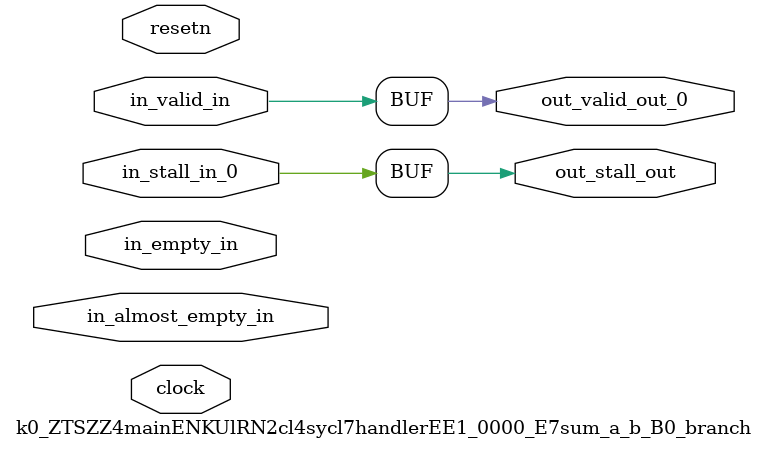
<source format=sv>



(* altera_attribute = "-name AUTO_SHIFT_REGISTER_RECOGNITION OFF; -name MESSAGE_DISABLE 10036; -name MESSAGE_DISABLE 10037; -name MESSAGE_DISABLE 14130; -name MESSAGE_DISABLE 14320; -name MESSAGE_DISABLE 15400; -name MESSAGE_DISABLE 14130; -name MESSAGE_DISABLE 10036; -name MESSAGE_DISABLE 12020; -name MESSAGE_DISABLE 12030; -name MESSAGE_DISABLE 12010; -name MESSAGE_DISABLE 12110; -name MESSAGE_DISABLE 14320; -name MESSAGE_DISABLE 13410; -name MESSAGE_DISABLE 113007; -name MESSAGE_DISABLE 10958" *)
module k0_ZTSZZ4mainENKUlRN2cl4sycl7handlerEE1_0000_E7sum_a_b_B0_branch (
    input wire [0:0] in_almost_empty_in,
    input wire [0:0] in_empty_in,
    input wire [0:0] in_stall_in_0,
    input wire [0:0] in_valid_in,
    output wire [0:0] out_stall_out,
    output wire [0:0] out_valid_out_0,
    input wire clock,
    input wire resetn
    );

    reg [0:0] rst_sync_rst_sclrn;


    // out_stall_out(GPOUT,6)
    assign out_stall_out = in_stall_in_0;

    // out_valid_out_0(GPOUT,7)
    assign out_valid_out_0 = in_valid_in;

    // rst_sync(RESETSYNC,8)
    acl_reset_handler #(
        .ASYNC_RESET(0),
        .USE_SYNCHRONIZER(1),
        .PULSE_EXTENSION(0),
        .PIPE_DEPTH(3),
        .DUPLICATE(1)
    ) therst_sync (
        .clk(clock),
        .i_resetn(resetn),
        .o_sclrn(rst_sync_rst_sclrn)
    );

endmodule

</source>
